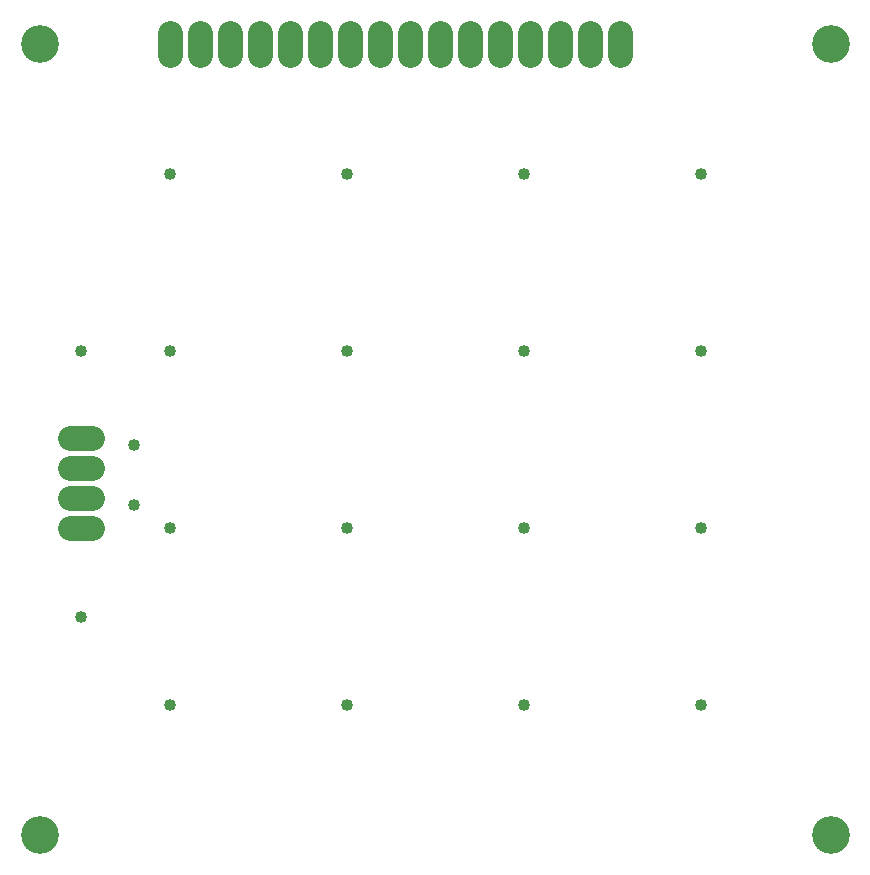
<source format=gts>
G75*
%MOIN*%
%OFA0B0*%
%FSLAX25Y25*%
%IPPOS*%
%LPD*%
%AMOC8*
5,1,8,0,0,1.08239X$1,22.5*
%
%ADD10C,0.12611*%
%ADD11C,0.04000*%
%ADD12C,0.08200*%
D10*
X0012811Y0012811D03*
X0012811Y0276591D03*
X0276591Y0276591D03*
X0276591Y0012811D03*
D11*
X0233283Y0056118D03*
X0233283Y0115173D03*
X0174228Y0115173D03*
X0174228Y0056118D03*
X0115173Y0056118D03*
X0115173Y0115173D03*
X0056118Y0115173D03*
X0044307Y0123047D03*
X0044307Y0142732D03*
X0056118Y0174228D03*
X0026589Y0174228D03*
X0056118Y0233283D03*
X0115173Y0233283D03*
X0115173Y0174228D03*
X0174228Y0174228D03*
X0233283Y0174228D03*
X0233283Y0233283D03*
X0174228Y0233283D03*
X0026591Y0085646D03*
X0056118Y0056118D03*
D12*
X0030291Y0115173D02*
X0022891Y0115173D01*
X0022891Y0125173D02*
X0030291Y0125173D01*
X0030291Y0135173D02*
X0022891Y0135173D01*
X0022891Y0145173D02*
X0030291Y0145173D01*
X0056118Y0272891D02*
X0056118Y0280291D01*
X0066118Y0280291D02*
X0066118Y0272891D01*
X0076118Y0272891D02*
X0076118Y0280291D01*
X0086118Y0280291D02*
X0086118Y0272891D01*
X0096118Y0272891D02*
X0096118Y0280291D01*
X0106118Y0280291D02*
X0106118Y0272891D01*
X0116118Y0272891D02*
X0116118Y0280291D01*
X0126118Y0280291D02*
X0126118Y0272891D01*
X0136118Y0272891D02*
X0136118Y0280291D01*
X0146118Y0280291D02*
X0146118Y0272891D01*
X0156118Y0272891D02*
X0156118Y0280291D01*
X0166118Y0280291D02*
X0166118Y0272891D01*
X0176118Y0272891D02*
X0176118Y0280291D01*
X0186118Y0280291D02*
X0186118Y0272891D01*
X0196118Y0272891D02*
X0196118Y0280291D01*
X0206118Y0280291D02*
X0206118Y0272891D01*
M02*

</source>
